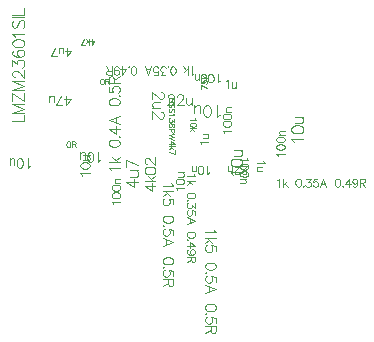
<source format=gbr>
%TF.GenerationSoftware,Altium Limited,Altium Designer,20.1.12 (249)*%
G04 Layer_Color=32896*
%FSLAX45Y45*%
%MOMM*%
%TF.SameCoordinates,27206DED-D720-4121-B7EB-46A740E941A3*%
%TF.FilePolarity,Positive*%
%TF.FileFunction,Other,M12_-_Assy_Value*%
%TF.Part,Single*%
G01*
G75*
%TA.AperFunction,NonConductor*%
%ADD81C,0.09000*%
%ADD82C,0.05000*%
%ADD83C,0.07000*%
%ADD84C,0.10000*%
D81*
X1260342Y427500D02*
X1264626Y418930D01*
X1277481Y406076D01*
X1187500D01*
X1277481Y361514D02*
X1187500D01*
X1247487Y318666D02*
X1204639Y361514D01*
X1221778Y344375D02*
X1187500Y314381D01*
X1277481Y248824D02*
Y291672D01*
X1238918Y295957D01*
X1243202Y291672D01*
X1247487Y278818D01*
Y265963D01*
X1243202Y253109D01*
X1234633Y244539D01*
X1221778Y240254D01*
X1213209D01*
X1200354Y244539D01*
X1191785Y253109D01*
X1187500Y265963D01*
Y278818D01*
X1191785Y291672D01*
X1196070Y295957D01*
X1204639Y300241D01*
X1277481Y123708D02*
X1273196Y136562D01*
X1260342Y145132D01*
X1238918Y149417D01*
X1226063D01*
X1204639Y145132D01*
X1191785Y136562D01*
X1187500Y123708D01*
Y115138D01*
X1191785Y102284D01*
X1204639Y93714D01*
X1226063Y89429D01*
X1238918D01*
X1260342Y93714D01*
X1273196Y102284D01*
X1277481Y115138D01*
Y123708D01*
X1196070Y65006D02*
X1191785Y69291D01*
X1187500Y65006D01*
X1191785Y60721D01*
X1196070Y65006D01*
X1277481Y-10406D02*
Y32441D01*
X1238918Y36726D01*
X1243202Y32441D01*
X1247487Y19587D01*
Y6733D01*
X1243202Y-6122D01*
X1234633Y-14691D01*
X1221778Y-18976D01*
X1213209D01*
X1200354Y-14691D01*
X1191785Y-6122D01*
X1187500Y6733D01*
Y19587D01*
X1191785Y32441D01*
X1196070Y36726D01*
X1204639Y41011D01*
X1187500Y-107672D02*
X1277481Y-73393D01*
X1187500Y-39115D01*
X1217494Y-51969D02*
Y-94817D01*
X1277481Y-225075D02*
X1273196Y-212221D01*
X1260342Y-203651D01*
X1238918Y-199366D01*
X1226063D01*
X1204639Y-203651D01*
X1191785Y-212221D01*
X1187500Y-225075D01*
Y-233644D01*
X1191785Y-246499D01*
X1204639Y-255069D01*
X1226063Y-259353D01*
X1238918D01*
X1260342Y-255069D01*
X1273196Y-246499D01*
X1277481Y-233644D01*
Y-225075D01*
X1196070Y-283777D02*
X1191785Y-279492D01*
X1187500Y-283777D01*
X1191785Y-288062D01*
X1196070Y-283777D01*
X1277481Y-359189D02*
Y-316341D01*
X1238918Y-312056D01*
X1243202Y-316341D01*
X1247487Y-329195D01*
Y-342050D01*
X1243202Y-354904D01*
X1234633Y-363474D01*
X1221778Y-367759D01*
X1213209D01*
X1200354Y-363474D01*
X1191785Y-354904D01*
X1187500Y-342050D01*
Y-329195D01*
X1191785Y-316341D01*
X1196070Y-312056D01*
X1204639Y-307772D01*
X1277481Y-387897D02*
X1187500D01*
X1277481D02*
Y-426461D01*
X1273196Y-439315D01*
X1268911Y-443600D01*
X1260342Y-447885D01*
X1251772D01*
X1243202Y-443600D01*
X1238918Y-439315D01*
X1234633Y-426461D01*
Y-387897D01*
Y-417891D02*
X1187500Y-447885D01*
X1231784Y1158557D02*
Y1162841D01*
X1236069Y1171411D01*
X1240354Y1175696D01*
X1248924Y1179981D01*
X1266063D01*
X1274632Y1175696D01*
X1278917Y1171411D01*
X1283202Y1162841D01*
Y1154272D01*
X1278917Y1145702D01*
X1270348Y1132848D01*
X1227500Y1090000D01*
X1287487D01*
X1311910Y1158557D02*
Y1162841D01*
X1316195Y1171411D01*
X1320480Y1175696D01*
X1329049Y1179981D01*
X1346189D01*
X1354758Y1175696D01*
X1359043Y1171411D01*
X1363328Y1162841D01*
Y1154272D01*
X1359043Y1145702D01*
X1350474Y1132848D01*
X1307626Y1090000D01*
X1367613D01*
X1387751Y1149987D02*
Y1107139D01*
X1392036Y1094285D01*
X1400606Y1090000D01*
X1413460D01*
X1422030Y1094285D01*
X1434884Y1107139D01*
Y1149987D02*
Y1090000D01*
X749658Y537500D02*
X745374Y546070D01*
X732519Y558924D01*
X822500D01*
X732519Y603486D02*
X822500D01*
X762513Y646334D02*
X805361Y603486D01*
X788222Y620625D02*
X822500Y650618D01*
X732519Y761166D02*
X736804Y748312D01*
X749658Y739742D01*
X771083Y735458D01*
X783937D01*
X805361Y739742D01*
X818215Y748312D01*
X822500Y761166D01*
Y769736D01*
X818215Y782590D01*
X805361Y791160D01*
X783937Y795445D01*
X771083D01*
X749658Y791160D01*
X736804Y782590D01*
X732519Y769736D01*
Y761166D01*
X813930Y819868D02*
X818215Y815583D01*
X822500Y819868D01*
X818215Y824153D01*
X813930Y819868D01*
X732519Y886711D02*
X792506Y843863D01*
Y908135D01*
X732519Y886711D02*
X822500D01*
Y992546D02*
X732519Y958267D01*
X822500Y923989D01*
X792506Y936843D02*
Y979691D01*
X732519Y1109949D02*
X736804Y1097095D01*
X749658Y1088525D01*
X771083Y1084240D01*
X783937D01*
X805361Y1088525D01*
X818215Y1097095D01*
X822500Y1109949D01*
Y1118518D01*
X818215Y1131373D01*
X805361Y1139943D01*
X783937Y1144227D01*
X771083D01*
X749658Y1139943D01*
X736804Y1131373D01*
X732519Y1118518D01*
Y1109949D01*
X813930Y1168651D02*
X818215Y1164366D01*
X822500Y1168651D01*
X818215Y1172936D01*
X813930Y1168651D01*
X732519Y1244063D02*
Y1201215D01*
X771083Y1196930D01*
X766798Y1201215D01*
X762513Y1214069D01*
Y1226924D01*
X766798Y1239778D01*
X775367Y1248348D01*
X788222Y1252633D01*
X796791D01*
X809646Y1248348D01*
X818215Y1239778D01*
X822500Y1226924D01*
Y1214069D01*
X818215Y1201215D01*
X813930Y1196930D01*
X805361Y1192646D01*
X732519Y1272771D02*
X822500D01*
X732519D02*
Y1311335D01*
X736804Y1324189D01*
X741089Y1328474D01*
X749658Y1332759D01*
X758228D01*
X766798Y1328474D01*
X771083Y1324189D01*
X775367Y1311335D01*
Y1272771D01*
Y1302765D02*
X822500Y1332759D01*
X1035019Y405348D02*
X1095006Y362500D01*
Y426772D01*
X1035019Y405348D02*
X1125000D01*
X1035019Y442626D02*
X1125000D01*
X1065013Y485474D02*
X1107861Y442626D01*
X1090722Y459765D02*
X1125000Y489758D01*
X1035019Y529607D02*
X1039304Y516753D01*
X1052158Y508183D01*
X1073583Y503898D01*
X1086437D01*
X1107861Y508183D01*
X1120715Y516753D01*
X1125000Y529607D01*
Y538177D01*
X1120715Y551031D01*
X1107861Y559601D01*
X1086437Y563886D01*
X1073583D01*
X1052158Y559601D01*
X1039304Y551031D01*
X1035019Y538177D01*
Y529607D01*
X1056443Y588309D02*
X1052158D01*
X1043589Y592594D01*
X1039304Y596879D01*
X1035019Y605448D01*
Y622588D01*
X1039304Y631157D01*
X1043589Y635442D01*
X1052158Y639727D01*
X1060728D01*
X1069298Y635442D01*
X1082152Y626872D01*
X1125000Y584024D01*
Y644011D01*
X1619547Y30759D02*
X1623832Y22189D01*
X1636686Y9335D01*
X1546705D01*
X1636686Y-35227D02*
X1546705D01*
X1606692Y-78075D02*
X1563844Y-35227D01*
X1580984Y-52366D02*
X1546705Y-82359D01*
X1636686Y-147917D02*
Y-105069D01*
X1598123Y-100784D01*
X1602408Y-105069D01*
X1606692Y-117923D01*
Y-130778D01*
X1602408Y-143632D01*
X1593838Y-152202D01*
X1580984Y-156487D01*
X1572414D01*
X1559560Y-152202D01*
X1550990Y-143632D01*
X1546705Y-130778D01*
Y-117923D01*
X1550990Y-105069D01*
X1555275Y-100784D01*
X1563844Y-96499D01*
X1636686Y-273033D02*
X1632401Y-260179D01*
X1619547Y-251609D01*
X1598123Y-247324D01*
X1585269D01*
X1563844Y-251609D01*
X1550990Y-260179D01*
X1546705Y-273033D01*
Y-281603D01*
X1550990Y-294457D01*
X1563844Y-303027D01*
X1585269Y-307312D01*
X1598123D01*
X1619547Y-303027D01*
X1632401Y-294457D01*
X1636686Y-281603D01*
Y-273033D01*
X1555275Y-331735D02*
X1550990Y-327450D01*
X1546705Y-331735D01*
X1550990Y-336020D01*
X1555275Y-331735D01*
X1636686Y-407147D02*
Y-364299D01*
X1598123Y-360015D01*
X1602408Y-364299D01*
X1606692Y-377154D01*
Y-390008D01*
X1602408Y-402863D01*
X1593838Y-411432D01*
X1580984Y-415717D01*
X1572414D01*
X1559560Y-411432D01*
X1550990Y-402863D01*
X1546705Y-390008D01*
Y-377154D01*
X1550990Y-364299D01*
X1555275Y-360015D01*
X1563844Y-355730D01*
X1546705Y-504413D02*
X1636686Y-470134D01*
X1546705Y-435856D01*
X1576699Y-448710D02*
Y-491558D01*
X1636686Y-621816D02*
X1632401Y-608961D01*
X1619547Y-600392D01*
X1598123Y-596107D01*
X1585269D01*
X1563844Y-600392D01*
X1550990Y-608961D01*
X1546705Y-621816D01*
Y-630385D01*
X1550990Y-643240D01*
X1563844Y-651809D01*
X1585269Y-656094D01*
X1598123D01*
X1619547Y-651809D01*
X1632401Y-643240D01*
X1636686Y-630385D01*
Y-621816D01*
X1555275Y-680518D02*
X1550990Y-676233D01*
X1546705Y-680518D01*
X1550990Y-684803D01*
X1555275Y-680518D01*
X1636686Y-755930D02*
Y-713082D01*
X1598123Y-708797D01*
X1602408Y-713082D01*
X1606692Y-725936D01*
Y-738791D01*
X1602408Y-751645D01*
X1593838Y-760215D01*
X1580984Y-764500D01*
X1572414D01*
X1559560Y-760215D01*
X1550990Y-751645D01*
X1546705Y-738791D01*
Y-725936D01*
X1550990Y-713082D01*
X1555275Y-708797D01*
X1563844Y-704512D01*
X1636686Y-784638D02*
X1546705D01*
X1636686D02*
Y-823202D01*
X1632401Y-836056D01*
X1628116Y-840341D01*
X1619547Y-844625D01*
X1610977D01*
X1602408Y-840341D01*
X1598123Y-836056D01*
X1593838Y-823202D01*
Y-784638D01*
Y-814632D02*
X1546705Y-844625D01*
D82*
X1287489Y1147500D02*
X1237500D01*
X1287489D02*
Y1126076D01*
X1285108Y1118935D01*
X1282728Y1116554D01*
X1277967Y1114174D01*
X1273206D01*
X1268445Y1116554D01*
X1266065Y1118935D01*
X1263685Y1126076D01*
Y1147500D02*
Y1126076D01*
X1261304Y1118935D01*
X1258924Y1116554D01*
X1254163Y1114174D01*
X1247021D01*
X1242261Y1116554D01*
X1239880Y1118935D01*
X1237500Y1126076D01*
Y1147500D01*
X1280347Y1069660D02*
X1285108Y1074420D01*
X1287489Y1081562D01*
Y1091083D01*
X1285108Y1098225D01*
X1280347Y1102986D01*
X1275587D01*
X1270826Y1100605D01*
X1268445Y1098225D01*
X1266065Y1093464D01*
X1261304Y1079181D01*
X1258924Y1074420D01*
X1256543Y1072040D01*
X1251782Y1069660D01*
X1244641D01*
X1239880Y1074420D01*
X1237500Y1081562D01*
Y1091083D01*
X1239880Y1098225D01*
X1244641Y1102986D01*
X1280347Y1025145D02*
X1285108Y1029906D01*
X1287489Y1037047D01*
Y1046569D01*
X1285108Y1053710D01*
X1280347Y1058471D01*
X1275587D01*
X1270826Y1056091D01*
X1268445Y1053710D01*
X1266065Y1048950D01*
X1261304Y1034667D01*
X1258924Y1029906D01*
X1256543Y1027526D01*
X1251782Y1025145D01*
X1244641D01*
X1239880Y1029906D01*
X1237500Y1037047D01*
Y1046569D01*
X1239880Y1053710D01*
X1244641Y1058471D01*
X1277967Y1013957D02*
X1280347Y1009196D01*
X1287489Y1002055D01*
X1237500D01*
X1287489Y972537D02*
Y946353D01*
X1268445Y960635D01*
Y953494D01*
X1266065Y948733D01*
X1263685Y946353D01*
X1256543Y943972D01*
X1251782D01*
X1244641Y946353D01*
X1239880Y951113D01*
X1237500Y958255D01*
Y965396D01*
X1239880Y972537D01*
X1242261Y974918D01*
X1247021Y977298D01*
X1287489Y920882D02*
X1285108Y928023D01*
X1280347Y930404D01*
X1275587D01*
X1270826Y928023D01*
X1268445Y923262D01*
X1266065Y913741D01*
X1263685Y906599D01*
X1258924Y901838D01*
X1254163Y899458D01*
X1247021D01*
X1242261Y901838D01*
X1239880Y904219D01*
X1237500Y911360D01*
Y920882D01*
X1239880Y928023D01*
X1242261Y930404D01*
X1247021Y932784D01*
X1254163D01*
X1258924Y930404D01*
X1263685Y925643D01*
X1266065Y918501D01*
X1268445Y908980D01*
X1270826Y904219D01*
X1275587Y901838D01*
X1280347D01*
X1285108Y904219D01*
X1287489Y911360D01*
Y920882D01*
X1261304Y888270D02*
Y866846D01*
X1263685Y859704D01*
X1266065Y857324D01*
X1270826Y854944D01*
X1277967D01*
X1282728Y857324D01*
X1285108Y859704D01*
X1287489Y866846D01*
Y888270D01*
X1237500D01*
X1287489Y843755D02*
X1237500Y831853D01*
X1287489Y819951D02*
X1237500Y831853D01*
X1287489Y819951D02*
X1237500Y808049D01*
X1287489Y796147D02*
X1237500Y808049D01*
X1460467Y975000D02*
X1462848Y970239D01*
X1469989Y963097D01*
X1420000D01*
X1469989Y924058D02*
X1467609Y931200D01*
X1460467Y935960D01*
X1448565Y938341D01*
X1441424D01*
X1429522Y935960D01*
X1422380Y931200D01*
X1420000Y924058D01*
Y919297D01*
X1422380Y912156D01*
X1429522Y907395D01*
X1441424Y905015D01*
X1448565D01*
X1460467Y907395D01*
X1467609Y912156D01*
X1469989Y919297D01*
Y924058D01*
Y893827D02*
X1420000D01*
X1453326Y870022D02*
X1429522Y893827D01*
X1439043Y884305D02*
X1420000Y867642D01*
X1515011Y1258326D02*
X1565000Y1234522D01*
X1515011Y1225000D02*
Y1258326D01*
Y1298079D02*
Y1274275D01*
X1536435Y1271895D01*
X1534055Y1274275D01*
X1531674Y1281416D01*
Y1288557D01*
X1534055Y1295699D01*
X1538816Y1300460D01*
X1545957Y1302840D01*
X1550718D01*
X1557859Y1300460D01*
X1562620Y1295699D01*
X1565000Y1288557D01*
Y1281416D01*
X1562620Y1274275D01*
X1560239Y1271895D01*
X1555479Y1269514D01*
X1515011Y1314028D02*
X1565000D01*
X1531674Y1337833D02*
X1555479Y1314028D01*
X1545957Y1323550D02*
X1565000Y1340213D01*
X586196Y1595011D02*
X610000Y1628337D01*
X574293D01*
X586196Y1595011D02*
Y1645000D01*
X565486Y1595011D02*
Y1645000D01*
X541681Y1611674D02*
X565486Y1635478D01*
X555964Y1625957D02*
X539301Y1645000D01*
X498119Y1595011D02*
X521924Y1645000D01*
X531445Y1595011D02*
X498119D01*
X1292489Y758696D02*
X1259163Y782500D01*
Y746794D01*
X1292489Y758696D02*
X1242500D01*
X1292489Y737986D02*
X1242500D01*
X1275826Y714181D02*
X1252022Y737986D01*
X1261543Y728464D02*
X1242500Y711801D01*
X1292489Y670619D02*
X1242500Y694424D01*
X1292489Y703946D02*
Y670619D01*
X671783Y1312489D02*
X664641Y1310109D01*
X659880Y1302967D01*
X657500Y1291065D01*
Y1283924D01*
X659880Y1272022D01*
X664641Y1264880D01*
X671783Y1262500D01*
X676543D01*
X683685Y1264880D01*
X688445Y1272022D01*
X690826Y1283924D01*
Y1291065D01*
X688445Y1302967D01*
X683685Y1310109D01*
X676543Y1312489D01*
X671783D01*
X702014D02*
Y1262500D01*
Y1312489D02*
X723438D01*
X730579Y1310109D01*
X732960Y1307728D01*
X735340Y1302967D01*
Y1298206D01*
X732960Y1293445D01*
X730579Y1291065D01*
X723438Y1288685D01*
X702014D01*
X718677D02*
X735340Y1262500D01*
X386783Y779989D02*
X379641Y777609D01*
X374880Y770467D01*
X372500Y758565D01*
Y751424D01*
X374880Y739522D01*
X379641Y732380D01*
X386783Y730000D01*
X391543D01*
X398685Y732380D01*
X403445Y739522D01*
X405826Y751424D01*
Y758565D01*
X403445Y770467D01*
X398685Y777609D01*
X391543Y779989D01*
X386783D01*
X417014D02*
Y730000D01*
Y779989D02*
X438438D01*
X445579Y777609D01*
X447960Y775228D01*
X450340Y770467D01*
Y765706D01*
X447960Y760945D01*
X445579Y758565D01*
X438438Y756185D01*
X417014D01*
X433677D02*
X450340Y730000D01*
D83*
X1310845Y367500D02*
X1307513Y374165D01*
X1297515Y384163D01*
X1367500D01*
X1297515Y438818D02*
X1300848Y428821D01*
X1310845Y422155D01*
X1327508Y418823D01*
X1337506D01*
X1354170Y422155D01*
X1364167Y428821D01*
X1367500Y438818D01*
Y445484D01*
X1364167Y455481D01*
X1354170Y462147D01*
X1337506Y465479D01*
X1327508D01*
X1310845Y462147D01*
X1300848Y455481D01*
X1297515Y445484D01*
Y438818D01*
X1320843Y481143D02*
X1354170D01*
X1364167Y484476D01*
X1367500Y491141D01*
Y501138D01*
X1364167Y507804D01*
X1354170Y517802D01*
X1320843D02*
X1367500D01*
X1449155Y500000D02*
X1452488Y493335D01*
X1462486Y483337D01*
X1392500D01*
X1462486Y448677D02*
X1392500D01*
X1439157Y415351D02*
X1405831Y448677D01*
X1419161Y435347D02*
X1392500Y412018D01*
X1462486Y326037D02*
X1459153Y336035D01*
X1449155Y342700D01*
X1432492Y346033D01*
X1422494D01*
X1405831Y342700D01*
X1395833Y336035D01*
X1392500Y326037D01*
Y319371D01*
X1395833Y309374D01*
X1405831Y302709D01*
X1422494Y299376D01*
X1432492D01*
X1449155Y302709D01*
X1459153Y309374D01*
X1462486Y319371D01*
Y326037D01*
X1399166Y280380D02*
X1395833Y283712D01*
X1392500Y280380D01*
X1395833Y277047D01*
X1399166Y280380D01*
X1462486Y255052D02*
Y218393D01*
X1435824Y238389D01*
Y228391D01*
X1432492Y221725D01*
X1429159Y218393D01*
X1419161Y215060D01*
X1412496D01*
X1402498Y218393D01*
X1395833Y225058D01*
X1392500Y235056D01*
Y245054D01*
X1395833Y255052D01*
X1399166Y258384D01*
X1405831Y261717D01*
X1462486Y159405D02*
Y192732D01*
X1432492Y196064D01*
X1435824Y192732D01*
X1439157Y182734D01*
Y172736D01*
X1435824Y162738D01*
X1429159Y156073D01*
X1419161Y152740D01*
X1412496D01*
X1402498Y156073D01*
X1395833Y162738D01*
X1392500Y172736D01*
Y182734D01*
X1395833Y192732D01*
X1399166Y196064D01*
X1405831Y199397D01*
X1392500Y83755D02*
X1462486Y110416D01*
X1392500Y137077D01*
X1415829Y127079D02*
Y93753D01*
X1462486Y-7559D02*
X1459153Y2439D01*
X1449155Y9104D01*
X1432492Y12437D01*
X1422494D01*
X1405831Y9104D01*
X1395833Y2439D01*
X1392500Y-7559D01*
Y-14225D01*
X1395833Y-24222D01*
X1405831Y-30887D01*
X1422494Y-34220D01*
X1432492D01*
X1449155Y-30887D01*
X1459153Y-24222D01*
X1462486Y-14225D01*
Y-7559D01*
X1399166Y-53216D02*
X1395833Y-49884D01*
X1392500Y-53216D01*
X1395833Y-56549D01*
X1399166Y-53216D01*
X1462486Y-105205D02*
X1415829Y-71879D01*
Y-121868D01*
X1462486Y-105205D02*
X1392500D01*
X1439157Y-177523D02*
X1429159Y-174191D01*
X1422494Y-167525D01*
X1419161Y-157527D01*
Y-154195D01*
X1422494Y-144197D01*
X1429159Y-137532D01*
X1439157Y-134199D01*
X1442490D01*
X1452488Y-137532D01*
X1459153Y-144197D01*
X1462486Y-154195D01*
Y-157527D01*
X1459153Y-167525D01*
X1452488Y-174191D01*
X1439157Y-177523D01*
X1422494D01*
X1405831Y-174191D01*
X1395833Y-167525D01*
X1392500Y-157527D01*
Y-150862D01*
X1395833Y-140864D01*
X1402498Y-137532D01*
X1462486Y-196519D02*
X1392500D01*
X1462486D02*
Y-226513D01*
X1459153Y-236511D01*
X1455820Y-239843D01*
X1449155Y-243176D01*
X1442490D01*
X1435824Y-239843D01*
X1432492Y-236511D01*
X1429159Y-226513D01*
Y-196519D01*
Y-219848D02*
X1392500Y-243176D01*
X374173Y1502515D02*
X407500Y1549172D01*
X357510D01*
X374173Y1502515D02*
Y1572500D01*
X345180Y1525843D02*
Y1559170D01*
X341847Y1569167D01*
X335182Y1572500D01*
X325184D01*
X318519Y1569167D01*
X308521Y1559170D01*
Y1525843D02*
Y1572500D01*
X243535Y1502515D02*
X276861Y1572500D01*
X290191Y1502515D02*
X243535D01*
X1899167Y521678D02*
Y518345D01*
X1895835Y511680D01*
X1892502Y508347D01*
X1885837Y505015D01*
X1872506D01*
X1865841Y508347D01*
X1862508Y511680D01*
X1859176Y518345D01*
Y525010D01*
X1862508Y531676D01*
X1869174Y541674D01*
X1902500Y575000D01*
X1855843D01*
X1836847Y521678D02*
Y518345D01*
X1833514Y511680D01*
X1830182Y508347D01*
X1823517Y505015D01*
X1810186D01*
X1803521Y508347D01*
X1800188Y511680D01*
X1796856Y518345D01*
Y525010D01*
X1800188Y531676D01*
X1806853Y541674D01*
X1840180Y575000D01*
X1793523D01*
X1777860Y528343D02*
Y575000D01*
Y541674D02*
X1767862Y531676D01*
X1761196Y528343D01*
X1751198D01*
X1744533Y531676D01*
X1741201Y541674D01*
Y575000D01*
X770845Y250000D02*
X767513Y256665D01*
X757515Y266663D01*
X827500D01*
X757515Y321318D02*
X760848Y311320D01*
X770845Y304655D01*
X787508Y301322D01*
X797506D01*
X814170Y304655D01*
X824167Y311320D01*
X827500Y321318D01*
Y327984D01*
X824167Y337981D01*
X814170Y344647D01*
X797506Y347979D01*
X787508D01*
X770845Y344647D01*
X760848Y337981D01*
X757515Y327984D01*
Y321318D01*
Y383638D02*
X760848Y373641D01*
X770845Y366975D01*
X787508Y363643D01*
X797506D01*
X814170Y366975D01*
X824167Y373641D01*
X827500Y383638D01*
Y390304D01*
X824167Y400301D01*
X814170Y406967D01*
X797506Y410299D01*
X787508D01*
X770845Y406967D01*
X760848Y400301D01*
X757515Y390304D01*
Y383638D01*
X780843Y425963D02*
X827500D01*
X794174D02*
X784176Y435961D01*
X780843Y442626D01*
Y452624D01*
X784176Y459289D01*
X794174Y462622D01*
X827500D01*
X1720000Y1289155D02*
X1726666Y1292487D01*
X1736664Y1302485D01*
Y1232500D01*
X1771323Y1279157D02*
Y1245830D01*
X1774656Y1235833D01*
X1781321Y1232500D01*
X1791318D01*
X1797984Y1235833D01*
X1807982Y1245830D01*
Y1279157D02*
Y1232500D01*
X2039155Y615000D02*
X2042488Y608334D01*
X2052486Y598336D01*
X1982500D01*
X2029157Y563677D02*
X1995831D01*
X1985833Y560344D01*
X1982500Y553679D01*
Y543681D01*
X1985833Y537016D01*
X1995831Y527018D01*
X2029157D02*
X1982500D01*
X1515846Y757500D02*
X1512513Y764165D01*
X1502515Y774163D01*
X1572500D01*
X1525844Y808823D02*
X1559170D01*
X1569168Y812155D01*
X1572500Y818821D01*
Y828818D01*
X1569168Y835484D01*
X1559170Y845481D01*
X1525844D02*
X1572500D01*
X1670000Y1293345D02*
X1663335Y1290013D01*
X1653337Y1280015D01*
Y1350000D01*
X1598682Y1280015D02*
X1608680Y1283347D01*
X1615345Y1293345D01*
X1618677Y1310008D01*
Y1320006D01*
X1615345Y1336669D01*
X1608680Y1346667D01*
X1598682Y1350000D01*
X1592016D01*
X1582019Y1346667D01*
X1575353Y1336669D01*
X1572021Y1320006D01*
Y1310008D01*
X1575353Y1293345D01*
X1582019Y1283347D01*
X1592016Y1280015D01*
X1598682D01*
X1536362D02*
X1546359Y1283347D01*
X1553025Y1293345D01*
X1556357Y1310008D01*
Y1320006D01*
X1553025Y1336669D01*
X1546359Y1346667D01*
X1536362Y1350000D01*
X1529696D01*
X1519699Y1346667D01*
X1513033Y1336669D01*
X1509701Y1320006D01*
Y1310008D01*
X1513033Y1293345D01*
X1519699Y1283347D01*
X1529696Y1280015D01*
X1536362D01*
X1494037Y1303343D02*
Y1350000D01*
Y1316674D02*
X1484039Y1306676D01*
X1477374Y1303343D01*
X1467376D01*
X1460711Y1306676D01*
X1457378Y1316674D01*
Y1350000D01*
X1710845Y855000D02*
X1707513Y861665D01*
X1697515Y871663D01*
X1767500D01*
X1697515Y926318D02*
X1700848Y916320D01*
X1710845Y909655D01*
X1727509Y906322D01*
X1737507D01*
X1754170Y909655D01*
X1764167Y916320D01*
X1767500Y926318D01*
Y932983D01*
X1764167Y942981D01*
X1754170Y949646D01*
X1737507Y952979D01*
X1727509D01*
X1710845Y949646D01*
X1700848Y942981D01*
X1697515Y932983D01*
Y926318D01*
Y988638D02*
X1700848Y978640D01*
X1710845Y971975D01*
X1727509Y968642D01*
X1737507D01*
X1754170Y971975D01*
X1764167Y978640D01*
X1767500Y988638D01*
Y995304D01*
X1764167Y1005301D01*
X1754170Y1011966D01*
X1737507Y1015299D01*
X1727509D01*
X1710845Y1011966D01*
X1700848Y1005301D01*
X1697515Y995304D01*
Y988638D01*
X1720843Y1030963D02*
X1767500D01*
X1734174D02*
X1724176Y1040961D01*
X1720843Y1047626D01*
Y1057624D01*
X1724176Y1064289D01*
X1734174Y1067621D01*
X1767500D01*
X1582500Y518345D02*
X1575835Y515013D01*
X1565837Y505015D01*
Y575000D01*
X1511182Y505015D02*
X1521180Y508347D01*
X1527845Y518345D01*
X1531178Y535008D01*
Y545006D01*
X1527845Y561669D01*
X1521180Y571667D01*
X1511182Y575000D01*
X1504517D01*
X1494519Y571667D01*
X1487854Y561669D01*
X1484521Y545006D01*
Y535008D01*
X1487854Y518345D01*
X1494519Y508347D01*
X1504517Y505015D01*
X1511182D01*
X1468858Y528343D02*
Y575000D01*
Y541674D02*
X1458860Y531676D01*
X1452194Y528343D01*
X1442197D01*
X1435531Y531676D01*
X1432199Y541674D01*
Y575000D01*
X2163345Y657500D02*
X2160013Y664165D01*
X2150015Y674163D01*
X2220000D01*
X2150015Y728818D02*
X2153347Y718821D01*
X2163345Y712155D01*
X2180008Y708823D01*
X2190006D01*
X2206669Y712155D01*
X2216667Y718821D01*
X2220000Y728818D01*
Y735484D01*
X2216667Y745481D01*
X2206669Y752147D01*
X2190006Y755479D01*
X2180008D01*
X2163345Y752147D01*
X2153347Y745481D01*
X2150015Y735484D01*
Y728818D01*
Y791138D02*
X2153347Y781141D01*
X2163345Y774475D01*
X2180008Y771143D01*
X2190006D01*
X2206669Y774475D01*
X2216667Y781141D01*
X2220000Y791138D01*
Y797804D01*
X2216667Y807802D01*
X2206669Y814467D01*
X2190006Y817799D01*
X2180008D01*
X2163345Y814467D01*
X2153347Y807802D01*
X2150015Y797804D01*
Y791138D01*
X2173343Y833463D02*
X2220000D01*
X2186674D02*
X2176676Y843461D01*
X2173343Y850126D01*
Y860124D01*
X2176676Y866789D01*
X2186674Y870122D01*
X2220000D01*
X1899155Y640000D02*
X1902488Y633335D01*
X1912486Y623337D01*
X1842501D01*
X1912486Y568682D02*
X1909153Y578679D01*
X1899155Y585345D01*
X1882492Y588677D01*
X1872494D01*
X1855831Y585345D01*
X1845833Y578679D01*
X1842501Y568682D01*
Y562016D01*
X1845833Y552018D01*
X1855831Y545353D01*
X1872494Y542021D01*
X1882492D01*
X1899155Y545353D01*
X1909153Y552018D01*
X1912486Y562016D01*
Y568682D01*
Y506361D02*
X1909153Y516359D01*
X1899155Y523024D01*
X1882492Y526357D01*
X1872494D01*
X1855831Y523024D01*
X1845833Y516359D01*
X1842501Y506361D01*
Y499696D01*
X1845833Y489698D01*
X1855831Y483033D01*
X1872494Y479700D01*
X1882492D01*
X1899155Y483033D01*
X1909153Y489698D01*
X1912486Y499696D01*
Y506361D01*
X1889157Y464037D02*
X1842501D01*
X1875827D02*
X1885825Y454039D01*
X1889157Y447374D01*
Y437376D01*
X1885825Y430711D01*
X1875827Y427378D01*
X1842501D01*
X2157500Y451655D02*
X2164166Y454987D01*
X2174164Y464985D01*
Y395000D01*
X2208823Y464985D02*
Y395000D01*
X2242149Y441657D02*
X2208823Y408330D01*
X2222153Y421661D02*
X2245482Y395000D01*
X2331463Y464985D02*
X2321466Y461652D01*
X2314800Y451655D01*
X2311468Y434992D01*
Y424994D01*
X2314800Y408330D01*
X2321466Y398333D01*
X2331463Y395000D01*
X2338129D01*
X2348126Y398333D01*
X2354792Y408330D01*
X2358124Y424994D01*
Y434992D01*
X2354792Y451655D01*
X2348126Y461652D01*
X2338129Y464985D01*
X2331463D01*
X2377120Y401665D02*
X2373788Y398333D01*
X2377120Y395000D01*
X2380453Y398333D01*
X2377120Y401665D01*
X2402448Y464985D02*
X2439107D01*
X2419111Y438324D01*
X2429109D01*
X2435775Y434992D01*
X2439107Y431659D01*
X2442440Y421661D01*
Y414996D01*
X2439107Y404998D01*
X2432442Y398333D01*
X2422444Y395000D01*
X2412446D01*
X2402448Y398333D01*
X2399116Y401665D01*
X2395783Y408330D01*
X2498095Y464985D02*
X2464769D01*
X2461436Y434992D01*
X2464769Y438324D01*
X2474766Y441657D01*
X2484764D01*
X2494762Y438324D01*
X2501427Y431659D01*
X2504760Y421661D01*
Y414996D01*
X2501427Y404998D01*
X2494762Y398333D01*
X2484764Y395000D01*
X2474766D01*
X2464769Y398333D01*
X2461436Y401665D01*
X2458103Y408330D01*
X2573745Y395000D02*
X2547085Y464985D01*
X2520423Y395000D01*
X2530421Y418328D02*
X2563747D01*
X2665059Y464985D02*
X2655061Y461652D01*
X2648396Y451655D01*
X2645064Y434992D01*
Y424994D01*
X2648396Y408330D01*
X2655061Y398333D01*
X2665059Y395000D01*
X2671725D01*
X2681722Y398333D01*
X2688388Y408330D01*
X2691720Y424994D01*
Y434992D01*
X2688388Y451655D01*
X2681722Y461652D01*
X2671725Y464985D01*
X2665059D01*
X2710716Y401665D02*
X2707384Y398333D01*
X2710716Y395000D01*
X2714049Y398333D01*
X2710716Y401665D01*
X2762705Y464985D02*
X2729379Y418328D01*
X2779369D01*
X2762705Y464985D02*
Y395000D01*
X2835023Y441657D02*
X2831691Y431659D01*
X2825026Y424994D01*
X2815028Y421661D01*
X2811695D01*
X2801697Y424994D01*
X2795032Y431659D01*
X2791699Y441657D01*
Y444989D01*
X2795032Y454987D01*
X2801697Y461652D01*
X2811695Y464985D01*
X2815028D01*
X2825026Y461652D01*
X2831691Y454987D01*
X2835023Y441657D01*
Y424994D01*
X2831691Y408330D01*
X2825026Y398333D01*
X2815028Y395000D01*
X2808362D01*
X2798364Y398333D01*
X2795032Y404998D01*
X2854019Y464985D02*
Y395000D01*
Y464985D02*
X2884013D01*
X2894011Y461652D01*
X2897343Y458320D01*
X2900676Y451655D01*
Y444989D01*
X2897343Y438324D01*
X2894011Y434992D01*
X2884013Y431659D01*
X2854019D01*
X2877348D02*
X2900676Y395000D01*
X1451500Y1358345D02*
X1444835Y1355013D01*
X1434837Y1345015D01*
Y1415000D01*
X1400178Y1345015D02*
Y1415000D01*
X1366851Y1368343D02*
X1400178Y1401669D01*
X1386847Y1388339D02*
X1363519Y1415000D01*
X1277537Y1345015D02*
X1287535Y1348347D01*
X1294200Y1358345D01*
X1297533Y1375008D01*
Y1385006D01*
X1294200Y1401669D01*
X1287535Y1411667D01*
X1277537Y1415000D01*
X1270872D01*
X1260874Y1411667D01*
X1254209Y1401669D01*
X1250876Y1385006D01*
Y1375008D01*
X1254209Y1358345D01*
X1260874Y1348347D01*
X1270872Y1345015D01*
X1277537D01*
X1231880Y1408334D02*
X1235213Y1411667D01*
X1231880Y1415000D01*
X1228548Y1411667D01*
X1231880Y1408334D01*
X1206552Y1345015D02*
X1169894D01*
X1189889Y1371676D01*
X1179891D01*
X1173226Y1375008D01*
X1169894Y1378341D01*
X1166561Y1388339D01*
Y1395004D01*
X1169894Y1405002D01*
X1176559Y1411667D01*
X1186556Y1415000D01*
X1196554D01*
X1206552Y1411667D01*
X1209885Y1408334D01*
X1213218Y1401669D01*
X1110906Y1345015D02*
X1144232D01*
X1147565Y1375008D01*
X1144232Y1371676D01*
X1134234Y1368343D01*
X1124236D01*
X1114239Y1371676D01*
X1107573Y1378341D01*
X1104241Y1388339D01*
Y1395004D01*
X1107573Y1405002D01*
X1114239Y1411667D01*
X1124236Y1415000D01*
X1134234D01*
X1144232Y1411667D01*
X1147565Y1408334D01*
X1150897Y1401669D01*
X1035255Y1415000D02*
X1061916Y1345015D01*
X1088577Y1415000D01*
X1078579Y1391671D02*
X1045253D01*
X943941Y1345015D02*
X953939Y1348347D01*
X960604Y1358345D01*
X963937Y1375008D01*
Y1385006D01*
X960604Y1401669D01*
X953939Y1411667D01*
X943941Y1415000D01*
X937276D01*
X927278Y1411667D01*
X920613Y1401669D01*
X917280Y1385006D01*
Y1375008D01*
X920613Y1358345D01*
X927278Y1348347D01*
X937276Y1345015D01*
X943941D01*
X898284Y1408334D02*
X901617Y1411667D01*
X898284Y1415000D01*
X894952Y1411667D01*
X898284Y1408334D01*
X846295Y1345015D02*
X879622Y1391671D01*
X829632D01*
X846295Y1345015D02*
Y1415000D01*
X773977Y1368343D02*
X777310Y1378341D01*
X783975Y1385006D01*
X793973Y1388339D01*
X797306D01*
X807303Y1385006D01*
X813969Y1378341D01*
X817301Y1368343D01*
Y1365010D01*
X813969Y1355013D01*
X807303Y1348347D01*
X797306Y1345015D01*
X793973D01*
X783975Y1348347D01*
X777310Y1355013D01*
X773977Y1368343D01*
Y1385006D01*
X777310Y1401669D01*
X783975Y1411667D01*
X793973Y1415000D01*
X800638D01*
X810636Y1411667D01*
X813969Y1405002D01*
X754981Y1345015D02*
Y1415000D01*
Y1345015D02*
X724988D01*
X714990Y1348347D01*
X711657Y1351680D01*
X708324Y1358345D01*
Y1365010D01*
X711657Y1371676D01*
X714990Y1375008D01*
X724988Y1378341D01*
X754981D01*
X731653D02*
X708324Y1415000D01*
D84*
X880021Y440109D02*
X946673Y392500D01*
Y463913D01*
X880021Y440109D02*
X980000D01*
X913347Y481528D02*
X960956D01*
X975239Y486289D01*
X980000Y495811D01*
Y510094D01*
X975239Y519615D01*
X960956Y533898D01*
X913347D02*
X980000D01*
X880021Y626735D02*
X980000Y579127D01*
X880021Y560083D02*
Y626735D01*
X2296565Y775000D02*
X2291804Y784521D01*
X2277521Y798804D01*
X2377500D01*
X2277521Y876883D02*
X2282282Y862600D01*
X2296565Y853078D01*
X2320370Y848317D01*
X2334652D01*
X2358457Y853078D01*
X2372739Y862600D01*
X2377500Y876883D01*
Y886404D01*
X2372739Y900687D01*
X2358457Y910209D01*
X2334652Y914970D01*
X2320370D01*
X2296565Y910209D01*
X2282282Y900687D01*
X2277521Y886404D01*
Y876883D01*
X2310848Y937346D02*
X2358457D01*
X2372739Y942107D01*
X2377500Y951629D01*
Y965911D01*
X2372739Y975433D01*
X2358457Y989716D01*
X2310848D02*
X2377500D01*
X371913Y1085016D02*
X410000Y1138338D01*
X352870D01*
X371913Y1085016D02*
Y1164999D01*
X285456Y1085016D02*
X323543Y1164999D01*
X338778Y1085016D02*
X285456D01*
X267555Y1111677D02*
Y1149765D01*
X263746Y1161191D01*
X256129Y1164999D01*
X244702D01*
X237085Y1161191D01*
X225659Y1149765D01*
Y1111677D02*
Y1164999D01*
X1173674Y1197739D02*
X1178435D01*
X1187957Y1192978D01*
X1192718Y1188217D01*
X1197479Y1178696D01*
Y1159652D01*
X1192718Y1150130D01*
X1187957Y1145369D01*
X1178435Y1140609D01*
X1168914D01*
X1159392Y1145369D01*
X1145109Y1154891D01*
X1097500Y1202500D01*
Y1135848D01*
X1164153Y1113471D02*
X1116544D01*
X1102261Y1108711D01*
X1097500Y1099189D01*
Y1084906D01*
X1102261Y1075384D01*
X1116544Y1061102D01*
X1164153D02*
X1097500D01*
X1173674Y1030156D02*
X1178435D01*
X1187957Y1025395D01*
X1192718Y1020634D01*
X1197479Y1011113D01*
Y992069D01*
X1192718Y982547D01*
X1187957Y977786D01*
X1178435Y973025D01*
X1168914D01*
X1159392Y977786D01*
X1145109Y987308D01*
X1097500Y1034917D01*
Y968265D01*
X-84979Y950000D02*
X15000D01*
Y1007130D01*
X-84979Y1018080D02*
X15000D01*
X-84979D02*
X15000Y1056167D01*
X-84979Y1094254D02*
X15000Y1056167D01*
X-84979Y1094254D02*
X15000D01*
X-84979Y1189472D02*
X15000Y1122820D01*
X-84979D02*
Y1189472D01*
X15000Y1122820D02*
Y1189472D01*
X-84979Y1211848D02*
X15000D01*
X-84979D02*
X15000Y1249935D01*
X-84979Y1288022D02*
X15000Y1249935D01*
X-84979Y1288022D02*
X15000D01*
X-61174Y1321349D02*
X-65935D01*
X-75457Y1326109D01*
X-80218Y1330870D01*
X-84979Y1340392D01*
Y1359436D01*
X-80218Y1368957D01*
X-75457Y1373718D01*
X-65935Y1378479D01*
X-56413D01*
X-46891Y1373718D01*
X-32609Y1364197D01*
X15000Y1316588D01*
Y1383240D01*
X-84979Y1415138D02*
Y1467508D01*
X-46891Y1438943D01*
Y1453225D01*
X-42131Y1462747D01*
X-37370Y1467508D01*
X-23087Y1472269D01*
X-13565D01*
X717Y1467508D01*
X10239Y1457986D01*
X15000Y1443703D01*
Y1429421D01*
X10239Y1415138D01*
X5478Y1410377D01*
X-4044Y1405616D01*
X-70696Y1551775D02*
X-80218Y1547014D01*
X-84979Y1532732D01*
Y1523210D01*
X-80218Y1508927D01*
X-65935Y1499406D01*
X-42131Y1494645D01*
X-18326D01*
X717Y1499406D01*
X10239Y1508927D01*
X15000Y1523210D01*
Y1527971D01*
X10239Y1542254D01*
X717Y1551775D01*
X-13565Y1556536D01*
X-18326D01*
X-32609Y1551775D01*
X-42131Y1542254D01*
X-46891Y1527971D01*
Y1523210D01*
X-42131Y1508927D01*
X-32609Y1499406D01*
X-18326Y1494645D01*
X-84979Y1607002D02*
X-80218Y1592719D01*
X-65935Y1583197D01*
X-42131Y1578436D01*
X-27848D01*
X-4044Y1583197D01*
X10239Y1592719D01*
X15000Y1607002D01*
Y1616523D01*
X10239Y1630806D01*
X-4044Y1640328D01*
X-27848Y1645089D01*
X-42131D01*
X-65935Y1640328D01*
X-80218Y1630806D01*
X-84979Y1616523D01*
Y1607002D01*
X-65935Y1667465D02*
X-70696Y1676986D01*
X-84979Y1691269D01*
X15000D01*
X-70696Y1807435D02*
X-80218Y1797913D01*
X-84979Y1783630D01*
Y1764587D01*
X-80218Y1750304D01*
X-70696Y1740782D01*
X-61174D01*
X-51652Y1745543D01*
X-46891Y1750304D01*
X-42131Y1759826D01*
X-32609Y1788391D01*
X-27848Y1797913D01*
X-23087Y1802674D01*
X-13565Y1807435D01*
X717D01*
X10239Y1797913D01*
X15000Y1783630D01*
Y1764587D01*
X10239Y1750304D01*
X717Y1740782D01*
X-84979Y1829811D02*
X15000D01*
X-84979Y1850759D02*
X15000D01*
Y1907890D01*
X1781048Y494324D02*
X1776287Y503846D01*
X1762004Y518128D01*
X1861983D01*
X1762004Y596207D02*
X1766765Y581924D01*
X1781048Y572402D01*
X1804852Y567641D01*
X1819135D01*
X1842939Y572402D01*
X1857222Y581924D01*
X1861983Y596207D01*
Y605729D01*
X1857222Y620011D01*
X1842939Y629533D01*
X1819135Y634294D01*
X1804852D01*
X1781048Y629533D01*
X1766765Y620011D01*
X1762004Y605729D01*
Y596207D01*
X1795330Y656670D02*
X1842939D01*
X1857222Y661431D01*
X1861983Y670953D01*
Y685235D01*
X1857222Y694757D01*
X1842939Y709040D01*
X1795330D02*
X1861983D01*
X1670000Y1006565D02*
X1660479Y1001804D01*
X1646196Y987521D01*
Y1087500D01*
X1568117Y987521D02*
X1582400Y992282D01*
X1591922Y1006565D01*
X1596683Y1030369D01*
Y1044652D01*
X1591922Y1068456D01*
X1582400Y1082739D01*
X1568117Y1087500D01*
X1558596D01*
X1544313Y1082739D01*
X1534791Y1068456D01*
X1530030Y1044652D01*
Y1030369D01*
X1534791Y1006565D01*
X1544313Y992282D01*
X1558596Y987521D01*
X1568117D01*
X1507654Y1020848D02*
Y1068456D01*
X1502893Y1082739D01*
X1493371Y1087500D01*
X1479089D01*
X1469567Y1082739D01*
X1455284Y1068456D01*
Y1020848D02*
Y1087500D01*
X505252Y490000D02*
X501443Y497617D01*
X490017Y509044D01*
X570000D01*
X490017Y571507D02*
X493826Y560080D01*
X505252Y552463D01*
X524295Y548654D01*
X535722D01*
X554765Y552463D01*
X566191Y560080D01*
X570000Y571507D01*
Y579124D01*
X566191Y590550D01*
X554765Y598167D01*
X535722Y601976D01*
X524295D01*
X505252Y598167D01*
X493826Y590550D01*
X490017Y579124D01*
Y571507D01*
X516678Y619877D02*
X554765D01*
X566191Y623686D01*
X570000Y631303D01*
Y642729D01*
X566191Y650347D01*
X554765Y661773D01*
X516678D02*
X570000D01*
X62500Y572752D02*
X54883Y568943D01*
X43456Y557517D01*
Y637500D01*
X-19007Y557517D02*
X-7580Y561326D01*
X37Y572752D01*
X3846Y591795D01*
Y603222D01*
X37Y622265D01*
X-7580Y633691D01*
X-19007Y637500D01*
X-26624D01*
X-38050Y633691D01*
X-45667Y622265D01*
X-49476Y603222D01*
Y591795D01*
X-45667Y572752D01*
X-38050Y561326D01*
X-26624Y557517D01*
X-19007D01*
X-67377Y584178D02*
Y622265D01*
X-71186Y633691D01*
X-78803Y637500D01*
X-90229D01*
X-97847Y633691D01*
X-109273Y622265D01*
Y584178D02*
Y637500D01*
X660000Y622752D02*
X652382Y618943D01*
X640956Y607517D01*
Y687500D01*
X578493Y607517D02*
X589920Y611326D01*
X597537Y622752D01*
X601346Y641796D01*
Y653222D01*
X597537Y672265D01*
X589920Y683691D01*
X578493Y687500D01*
X570876D01*
X559450Y683691D01*
X551833Y672265D01*
X548024Y653222D01*
Y641796D01*
X551833Y622752D01*
X559450Y611326D01*
X570876Y607517D01*
X578493D01*
X530123Y634178D02*
Y672265D01*
X526314Y683691D01*
X518697Y687500D01*
X507271D01*
X499653Y683691D01*
X488227Y672265D01*
Y634178D02*
Y687500D01*
%TF.MD5,27881b2d0fe72a2647bca2c7eff94b07*%
M02*

</source>
